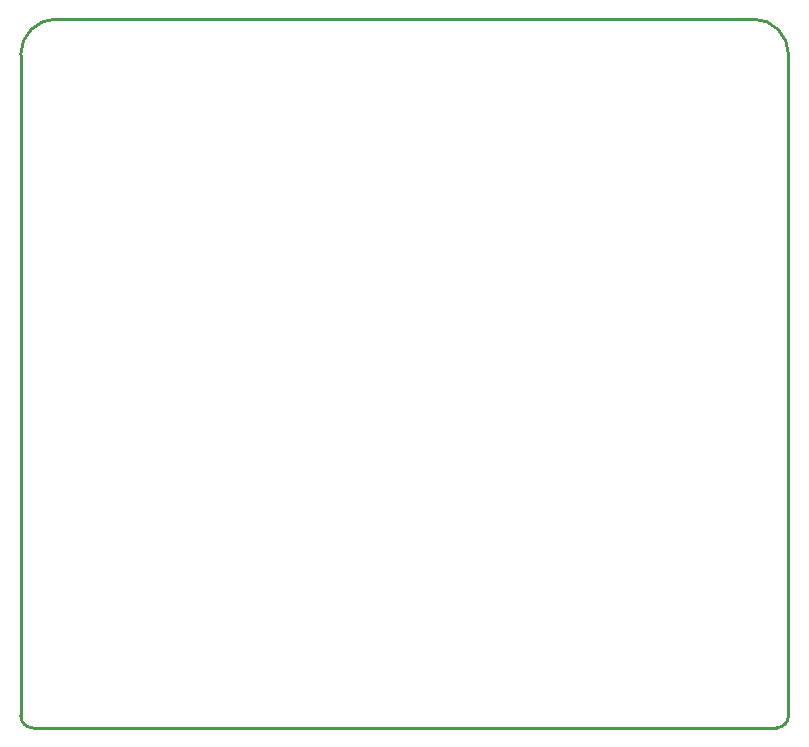
<source format=gko>
G04 Layer: BoardOutline*
G04 EasyEDA v6.3.22, 2020-01-25T23:38:18+00:00*
G04 9703bbce67ff49f59cf1a8212616356f,50f9dc15ed21485093dd89aa00421481,09*
G04 Gerber Generator version 0.2*
G04 Scale: 100 percent, Rotated: No, Reflected: No *
G04 Dimensions in inches *
G04 leading zeros omitted , absolute positions ,2 integer and 4 decimal *
%FSLAX24Y24*%
%MOIN*%
G90*
G70D02*

%ADD10C,0.010000*%
G54D10*
G01X0Y22440D02*
G01X0Y393D01*
G01X393Y0D02*
G01X25196Y0D01*
G01X25590Y22440D02*
G01X25590Y393D01*
G01X1181Y23622D02*
G01X24409Y23622D01*
G75*
G01X25591Y22441D02*
G03X24409Y23622I-1182J0D01*
G01*
G75*
G01X25197Y0D02*
G03X25591Y394I0J394D01*
G01*
G75*
G01X0Y394D02*
G03X394Y0I394J0D01*
G01*
G75*
G01X1181Y23622D02*
G03X0Y22441I0J-1181D01*
G01*

%LPD*%
M00*
M02*

</source>
